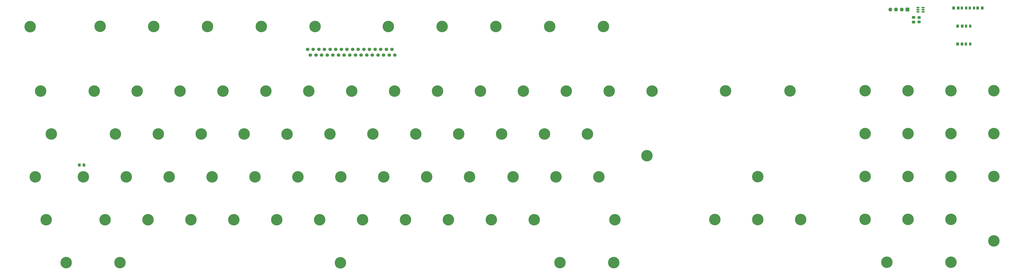
<source format=gbr>
%TF.GenerationSoftware,KiCad,Pcbnew,8.0.3*%
%TF.CreationDate,2024-07-09T08:04:14+10:00*%
%TF.ProjectId,A1200KBv2,41313230-304b-4427-9632-2e6b69636164,rev?*%
%TF.SameCoordinates,Original*%
%TF.FileFunction,Soldermask,Top*%
%TF.FilePolarity,Negative*%
%FSLAX46Y46*%
G04 Gerber Fmt 4.6, Leading zero omitted, Abs format (unit mm)*
G04 Created by KiCad (PCBNEW 8.0.3) date 2024-07-09 08:04:14*
%MOMM*%
%LPD*%
G01*
G04 APERTURE LIST*
G04 Aperture macros list*
%AMRoundRect*
0 Rectangle with rounded corners*
0 $1 Rounding radius*
0 $2 $3 $4 $5 $6 $7 $8 $9 X,Y pos of 4 corners*
0 Add a 4 corners polygon primitive as box body*
4,1,4,$2,$3,$4,$5,$6,$7,$8,$9,$2,$3,0*
0 Add four circle primitives for the rounded corners*
1,1,$1+$1,$2,$3*
1,1,$1+$1,$4,$5*
1,1,$1+$1,$6,$7*
1,1,$1+$1,$8,$9*
0 Add four rect primitives between the rounded corners*
20,1,$1+$1,$2,$3,$4,$5,0*
20,1,$1+$1,$4,$5,$6,$7,0*
20,1,$1+$1,$6,$7,$8,$9,0*
20,1,$1+$1,$8,$9,$2,$3,0*%
G04 Aperture macros list end*
%ADD10C,5.100000*%
%ADD11RoundRect,0.150000X-0.512500X-0.150000X0.512500X-0.150000X0.512500X0.150000X-0.512500X0.150000X0*%
%ADD12RoundRect,0.250000X-0.350000X-0.450000X0.350000X-0.450000X0.350000X0.450000X-0.350000X0.450000X0*%
%ADD13RoundRect,0.250000X0.450000X-0.350000X0.450000X0.350000X-0.450000X0.350000X-0.450000X-0.350000X0*%
%ADD14RoundRect,0.250000X0.350000X0.450000X-0.350000X0.450000X-0.350000X-0.450000X0.350000X-0.450000X0*%
%ADD15RoundRect,0.250000X-0.325000X-0.450000X0.325000X-0.450000X0.325000X0.450000X-0.325000X0.450000X0*%
%ADD16R,1.700000X1.700000*%
%ADD17O,1.700000X1.700000*%
%ADD18RoundRect,0.243750X0.243750X0.456250X-0.243750X0.456250X-0.243750X-0.456250X0.243750X-0.456250X0*%
%ADD19RoundRect,0.243750X-0.243750X-0.456250X0.243750X-0.456250X0.243750X0.456250X-0.243750X0.456250X0*%
%ADD20C,1.524000*%
%ADD21RoundRect,0.250000X0.475000X-0.337500X0.475000X0.337500X-0.475000X0.337500X-0.475000X-0.337500X0*%
G04 APERTURE END LIST*
D10*
%TO.C,K95*%
X478708800Y-117172000D03*
%TD*%
%TO.C,K5*%
X57970800Y-136320400D03*
%TD*%
%TO.C,K69*%
X307906800Y-79170400D03*
%TD*%
%TO.C,K22*%
X129598800Y-50541600D03*
%TD*%
%TO.C,K84*%
X440608800Y-79072000D03*
%TD*%
D11*
%TO.C,U1*%
X445000000Y-42100000D03*
X445000000Y-43050000D03*
X445000000Y-44000000D03*
X447275000Y-44000000D03*
X447275000Y-43050000D03*
X447275000Y-42100000D03*
%TD*%
D12*
%TO.C,R5*%
X462576085Y-58315857D03*
X464576085Y-58315857D03*
%TD*%
%TO.C,R4*%
X462585571Y-50320725D03*
X464585571Y-50320725D03*
%TD*%
D13*
%TO.C,R3*%
X445500000Y-48500000D03*
X445500000Y-46500000D03*
%TD*%
D12*
%TO.C,R2*%
X471500209Y-42295429D03*
X473500209Y-42295429D03*
%TD*%
D14*
%TO.C,R1*%
X462853324Y-42305157D03*
X460853324Y-42305157D03*
%TD*%
D10*
%TO.C,K96*%
X478708800Y-145774000D03*
%TD*%
%TO.C,K94*%
X478708800Y-98122000D03*
%TD*%
%TO.C,K93*%
X478708800Y-79072000D03*
%TD*%
%TO.C,K92*%
X459658800Y-155272000D03*
%TD*%
%TO.C,K91*%
X459658800Y-136222000D03*
%TD*%
%TO.C,K90*%
X459658800Y-117172000D03*
%TD*%
%TO.C,K89*%
X459658800Y-98122000D03*
%TD*%
%TO.C,K88*%
X459658800Y-79072000D03*
%TD*%
%TO.C,K87*%
X440608800Y-136222000D03*
%TD*%
%TO.C,K86*%
X440608800Y-117172000D03*
%TD*%
%TO.C,K85*%
X440608800Y-98122000D03*
%TD*%
%TO.C,K83*%
X431210800Y-155272000D03*
%TD*%
%TO.C,K82*%
X421558800Y-136222000D03*
%TD*%
%TO.C,K81*%
X421558800Y-117172000D03*
%TD*%
%TO.C,K80*%
X421558800Y-98122000D03*
%TD*%
%TO.C,K79*%
X421558800Y-79072000D03*
%TD*%
%TO.C,K78*%
X392930000Y-136269600D03*
%TD*%
%TO.C,K77*%
X388154000Y-79105600D03*
%TD*%
%TO.C,K76*%
X373880000Y-136269600D03*
%TD*%
%TO.C,K75*%
X373880000Y-117219600D03*
%TD*%
%TO.C,K74*%
X359558000Y-79105600D03*
%TD*%
%TO.C,K73*%
X354830000Y-136269600D03*
%TD*%
%TO.C,K72*%
X326956800Y-79170400D03*
%TD*%
%TO.C,K71*%
X324645800Y-107897400D03*
%TD*%
%TO.C,K70*%
X303334800Y-117270400D03*
%TD*%
%TO.C,K68*%
X305366800Y-50513600D03*
%TD*%
%TO.C,K67*%
X309938800Y-155370400D03*
%TD*%
%TO.C,K66*%
X310446800Y-136320400D03*
%TD*%
%TO.C,K65*%
X284284800Y-117270400D03*
%TD*%
%TO.C,K64*%
X298254800Y-98220400D03*
%TD*%
%TO.C,K63*%
X288856800Y-79170400D03*
%TD*%
%TO.C,K62*%
X281490800Y-50513600D03*
%TD*%
%TO.C,K61*%
X286062800Y-155370400D03*
%TD*%
%TO.C,K60*%
X274632800Y-136320400D03*
%TD*%
%TO.C,K59*%
X265234800Y-117270400D03*
%TD*%
%TO.C,K58*%
X279204800Y-98220400D03*
%TD*%
%TO.C,K57*%
X269806800Y-79170400D03*
%TD*%
%TO.C,K56*%
X257614800Y-50513600D03*
%TD*%
%TO.C,K55*%
X255576800Y-136342400D03*
%TD*%
%TO.C,K54*%
X245930800Y-117270400D03*
%TD*%
%TO.C,K53*%
X260154800Y-98220400D03*
%TD*%
%TO.C,K52*%
X250756800Y-79170400D03*
%TD*%
%TO.C,K51*%
X233738800Y-50513600D03*
%TD*%
%TO.C,K50*%
X236536800Y-136322400D03*
%TD*%
%TO.C,K49*%
X226880800Y-117270400D03*
%TD*%
%TO.C,K48*%
X241104800Y-98220400D03*
%TD*%
%TO.C,K47*%
X231706800Y-79170400D03*
%TD*%
%TO.C,K46*%
X217482800Y-136320400D03*
%TD*%
%TO.C,K45*%
X207830800Y-117270400D03*
%TD*%
%TO.C,K44*%
X222054800Y-98220400D03*
%TD*%
%TO.C,K43*%
X212656800Y-79170400D03*
%TD*%
%TO.C,K42*%
X209856800Y-50513600D03*
%TD*%
%TO.C,K41*%
X198432800Y-136320400D03*
%TD*%
%TO.C,K40*%
X188780800Y-117270400D03*
%TD*%
%TO.C,K39*%
X203004800Y-98220400D03*
%TD*%
%TO.C,K38*%
X193606800Y-79170400D03*
%TD*%
%TO.C,K37*%
X179382800Y-136320400D03*
%TD*%
%TO.C,K36*%
X169730800Y-117270400D03*
%TD*%
%TO.C,K35*%
X183954800Y-98220400D03*
%TD*%
%TO.C,K34*%
X174556800Y-79170400D03*
%TD*%
%TO.C,K33*%
X177350800Y-50513600D03*
%TD*%
%TO.C,K32*%
X188624550Y-155445400D03*
%TD*%
%TO.C,K31*%
X160332800Y-136320400D03*
%TD*%
%TO.C,K30*%
X150680800Y-117270400D03*
%TD*%
%TO.C,K29*%
X164904800Y-98299200D03*
%TD*%
%TO.C,K28*%
X155506800Y-79170400D03*
%TD*%
%TO.C,K27*%
X153474800Y-50513600D03*
%TD*%
%TO.C,K26*%
X141282800Y-136320400D03*
%TD*%
%TO.C,K25*%
X131630800Y-117270400D03*
%TD*%
%TO.C,K24*%
X145854800Y-98220400D03*
%TD*%
%TO.C,K23*%
X136456800Y-79170400D03*
%TD*%
%TO.C,K21*%
X122232800Y-136320400D03*
%TD*%
%TO.C,K20*%
X112580800Y-117270400D03*
%TD*%
%TO.C,K19*%
X126804800Y-98220400D03*
%TD*%
%TO.C,K18*%
X117406800Y-79170400D03*
%TD*%
%TO.C,K17*%
X105722800Y-50513600D03*
%TD*%
%TO.C,K16*%
X103182800Y-136320400D03*
%TD*%
%TO.C,K15*%
X93530800Y-117270400D03*
%TD*%
%TO.C,K14*%
X107754800Y-98220400D03*
%TD*%
%TO.C,K13*%
X98356800Y-79170400D03*
%TD*%
%TO.C,K12*%
X90736800Y-155370400D03*
%TD*%
%TO.C,K11*%
X81907200Y-50398400D03*
%TD*%
%TO.C,K10*%
X84132800Y-136320400D03*
%TD*%
%TO.C,K9*%
X74480800Y-117270400D03*
D15*
X72689628Y-112063912D03*
X74739628Y-112063912D03*
%TD*%
D10*
%TO.C,K8*%
X88704800Y-98220400D03*
%TD*%
%TO.C,K7*%
X79306800Y-79170400D03*
%TD*%
%TO.C,K6*%
X66860800Y-155370400D03*
%TD*%
%TO.C,K4*%
X53144800Y-117270400D03*
%TD*%
%TO.C,K3*%
X60256800Y-98220400D03*
%TD*%
%TO.C,K2*%
X55528800Y-79170400D03*
%TD*%
%TO.C,K1*%
X50858800Y-50611600D03*
%TD*%
D16*
%TO.C,J2*%
X440300000Y-43000000D03*
D17*
X437760000Y-43000000D03*
X435220000Y-43000000D03*
X432680000Y-43000000D03*
%TD*%
D18*
%TO.C,D9*%
X468146300Y-58303600D03*
X466271300Y-58303600D03*
%TD*%
%TO.C,D8*%
X468163635Y-50322664D03*
X466288635Y-50322664D03*
%TD*%
D19*
%TO.C,D7*%
X467992185Y-42294458D03*
X469867185Y-42294458D03*
%TD*%
D18*
%TO.C,D6*%
X466373756Y-42300292D03*
X464498756Y-42300292D03*
%TD*%
D20*
%TO.C,J1*%
X174014800Y-60660100D03*
X175264800Y-63160100D03*
X176514800Y-60660100D03*
X177764800Y-63160100D03*
X179014800Y-60660100D03*
X180264800Y-63160100D03*
X181514800Y-60660100D03*
X182764800Y-63160100D03*
X184014800Y-60660100D03*
X185264800Y-63160100D03*
X186514800Y-60660100D03*
X187764800Y-63160100D03*
X189014800Y-60660100D03*
X190264800Y-63160100D03*
X191514800Y-60660100D03*
X192764800Y-63160100D03*
X194014800Y-60660100D03*
X195264800Y-63160100D03*
X196514800Y-60660100D03*
X197764800Y-63160100D03*
X199014800Y-60660100D03*
X200264800Y-63160100D03*
X201514800Y-60660100D03*
X202764800Y-63160100D03*
X204014800Y-60660100D03*
X205264800Y-63160100D03*
X206514800Y-60660100D03*
X207764800Y-63160100D03*
X209014800Y-60660100D03*
X210264800Y-63160100D03*
X211514800Y-60660100D03*
X212764800Y-63160100D03*
%TD*%
D21*
%TO.C,C1*%
X443000000Y-48537500D03*
X443000000Y-46462500D03*
%TD*%
M02*

</source>
